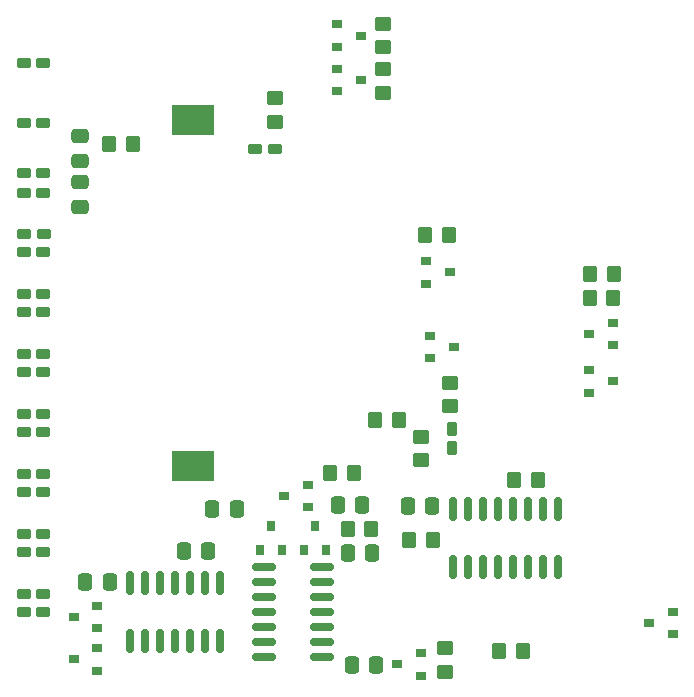
<source format=gbr>
%TF.GenerationSoftware,KiCad,Pcbnew,(6.0.1)*%
%TF.CreationDate,2022-02-14T21:44:02+00:00*%
%TF.ProjectId,module-io,6d6f6475-6c65-42d6-996f-2e6b69636164,rev?*%
%TF.SameCoordinates,Original*%
%TF.FileFunction,Paste,Top*%
%TF.FilePolarity,Positive*%
%FSLAX46Y46*%
G04 Gerber Fmt 4.6, Leading zero omitted, Abs format (unit mm)*
G04 Created by KiCad (PCBNEW (6.0.1)) date 2022-02-14 21:44:02*
%MOMM*%
%LPD*%
G01*
G04 APERTURE LIST*
G04 Aperture macros list*
%AMRoundRect*
0 Rectangle with rounded corners*
0 $1 Rounding radius*
0 $2 $3 $4 $5 $6 $7 $8 $9 X,Y pos of 4 corners*
0 Add a 4 corners polygon primitive as box body*
4,1,4,$2,$3,$4,$5,$6,$7,$8,$9,$2,$3,0*
0 Add four circle primitives for the rounded corners*
1,1,$1+$1,$2,$3*
1,1,$1+$1,$4,$5*
1,1,$1+$1,$6,$7*
1,1,$1+$1,$8,$9*
0 Add four rect primitives between the rounded corners*
20,1,$1+$1,$2,$3,$4,$5,0*
20,1,$1+$1,$4,$5,$6,$7,0*
20,1,$1+$1,$6,$7,$8,$9,0*
20,1,$1+$1,$8,$9,$2,$3,0*%
G04 Aperture macros list end*
%ADD10R,3.600000X2.600000*%
%ADD11RoundRect,0.250000X0.475000X-0.337500X0.475000X0.337500X-0.475000X0.337500X-0.475000X-0.337500X0*%
%ADD12RoundRect,0.250000X-0.475000X0.337500X-0.475000X-0.337500X0.475000X-0.337500X0.475000X0.337500X0*%
%ADD13RoundRect,0.250000X-0.337500X-0.475000X0.337500X-0.475000X0.337500X0.475000X-0.337500X0.475000X0*%
%ADD14RoundRect,0.250000X0.337500X0.475000X-0.337500X0.475000X-0.337500X-0.475000X0.337500X-0.475000X0*%
%ADD15RoundRect,0.212500X-0.400000X-0.212500X0.400000X-0.212500X0.400000X0.212500X-0.400000X0.212500X0*%
%ADD16RoundRect,0.212500X-0.212500X0.400000X-0.212500X-0.400000X0.212500X-0.400000X0.212500X0.400000X0*%
%ADD17R,0.900000X0.800000*%
%ADD18R,0.800000X0.900000*%
%ADD19RoundRect,0.250000X-0.450000X0.350000X-0.450000X-0.350000X0.450000X-0.350000X0.450000X0.350000X0*%
%ADD20RoundRect,0.250000X0.450000X-0.350000X0.450000X0.350000X-0.450000X0.350000X-0.450000X-0.350000X0*%
%ADD21RoundRect,0.250000X-0.350000X-0.450000X0.350000X-0.450000X0.350000X0.450000X-0.350000X0.450000X0*%
%ADD22RoundRect,0.250000X0.350000X0.450000X-0.350000X0.450000X-0.350000X-0.450000X0.350000X-0.450000X0*%
%ADD23RoundRect,0.150000X0.150000X-0.825000X0.150000X0.825000X-0.150000X0.825000X-0.150000X-0.825000X0*%
%ADD24RoundRect,0.150000X-0.825000X-0.150000X0.825000X-0.150000X0.825000X0.150000X-0.825000X0.150000X0*%
G04 APERTURE END LIST*
D10*
%TO.C,BT1*%
X144500000Y-63650000D03*
X144500000Y-34350000D03*
%TD*%
D11*
%TO.C,C5*%
X134925000Y-37775000D03*
X134925000Y-35700000D03*
%TD*%
D12*
%TO.C,C6*%
X134925000Y-39600000D03*
X134925000Y-41675000D03*
%TD*%
D13*
%TO.C,C7*%
X156800000Y-66950000D03*
X158875000Y-66950000D03*
%TD*%
%TO.C,C8*%
X162700000Y-67025000D03*
X164775000Y-67025000D03*
%TD*%
D14*
%TO.C,C9*%
X160050000Y-80500000D03*
X157975000Y-80500000D03*
%TD*%
D13*
%TO.C,C10*%
X135400000Y-73450000D03*
X137475000Y-73450000D03*
%TD*%
D15*
%TO.C,D1*%
X130215000Y-29490000D03*
X131840000Y-29490000D03*
%TD*%
%TO.C,D2*%
X130225000Y-34580000D03*
X131850000Y-34580000D03*
%TD*%
D16*
%TO.C,D3*%
X166475000Y-60475000D03*
X166475000Y-62100000D03*
%TD*%
D15*
%TO.C,D5*%
X130250000Y-43975000D03*
X131875000Y-43975000D03*
%TD*%
%TO.C,D6*%
X130225000Y-49075000D03*
X131850000Y-49075000D03*
%TD*%
%TO.C,D9*%
X130200000Y-64325000D03*
X131825000Y-64325000D03*
%TD*%
%TO.C,D10*%
X130225000Y-69375000D03*
X131850000Y-69375000D03*
%TD*%
%TO.C,D11*%
X130225000Y-74450000D03*
X131850000Y-74450000D03*
%TD*%
%TO.C,D12*%
X130215000Y-40475000D03*
X131840000Y-40475000D03*
%TD*%
%TO.C,D13*%
X130225000Y-45500000D03*
X131850000Y-45500000D03*
%TD*%
%TO.C,D14*%
X130225000Y-50575000D03*
X131850000Y-50575000D03*
%TD*%
%TO.C,D15*%
X130227500Y-55629533D03*
X131852500Y-55629533D03*
%TD*%
%TO.C,D16*%
X130225000Y-60700000D03*
X131850000Y-60700000D03*
%TD*%
%TO.C,D17*%
X130225000Y-65800000D03*
X131850000Y-65800000D03*
%TD*%
%TO.C,D18*%
X130225000Y-70900000D03*
X131850000Y-70900000D03*
%TD*%
%TO.C,D19*%
X130200000Y-75975000D03*
X131825000Y-75975000D03*
%TD*%
%TO.C,D20*%
X149812500Y-36775000D03*
X151437500Y-36775000D03*
%TD*%
D17*
%TO.C,D21*%
X136425000Y-80950000D03*
X136425000Y-79050000D03*
X134425000Y-80000000D03*
%TD*%
%TO.C,D22*%
X136425000Y-77350000D03*
X136425000Y-75450000D03*
X134425000Y-76400000D03*
%TD*%
D18*
%TO.C,D23*%
X150175000Y-70700000D03*
X152075000Y-70700000D03*
X151125000Y-68700000D03*
%TD*%
%TO.C,D24*%
X153925000Y-70700000D03*
X155825000Y-70700000D03*
X154875000Y-68700000D03*
%TD*%
D17*
%TO.C,Q1*%
X156750000Y-29972000D03*
X156750000Y-31872000D03*
X158750000Y-30922000D03*
%TD*%
%TO.C,Q2*%
X156750000Y-26228000D03*
X156750000Y-28128000D03*
X158750000Y-27178000D03*
%TD*%
%TO.C,Q3*%
X180075000Y-53375000D03*
X180075000Y-51475000D03*
X178075000Y-52425000D03*
%TD*%
%TO.C,Q5*%
X164592000Y-52578000D03*
X164592000Y-54478000D03*
X166592000Y-53528000D03*
%TD*%
%TO.C,Q6*%
X178070000Y-55510000D03*
X178070000Y-57410000D03*
X180070000Y-56460000D03*
%TD*%
%TO.C,Q7*%
X185134000Y-77846000D03*
X185134000Y-75946000D03*
X183134000Y-76896000D03*
%TD*%
%TO.C,Q8*%
X163800000Y-81370000D03*
X163800000Y-79470000D03*
X161800000Y-80420000D03*
%TD*%
%TO.C,Q9*%
X154225000Y-67100000D03*
X154225000Y-65200000D03*
X152225000Y-66150000D03*
%TD*%
D19*
%TO.C,R2*%
X160574533Y-30004000D03*
X160574533Y-32004000D03*
%TD*%
D20*
%TO.C,R4*%
X160574533Y-28164000D03*
X160574533Y-26164000D03*
%TD*%
%TO.C,R5*%
X166250000Y-58575000D03*
X166250000Y-56575000D03*
%TD*%
D21*
%TO.C,R14*%
X178125000Y-49425000D03*
X180125000Y-49425000D03*
%TD*%
D22*
%TO.C,R16*%
X166200000Y-44050000D03*
X164200000Y-44050000D03*
%TD*%
D21*
%TO.C,R31*%
X137414000Y-36322000D03*
X139414000Y-36322000D03*
%TD*%
D22*
%TO.C,R32*%
X159625000Y-68950000D03*
X157625000Y-68950000D03*
%TD*%
%TO.C,R33*%
X161950000Y-59750000D03*
X159950000Y-59750000D03*
%TD*%
D21*
%TO.C,R35*%
X162814000Y-69850000D03*
X164814000Y-69850000D03*
%TD*%
%TO.C,R36*%
X171736000Y-64770000D03*
X173736000Y-64770000D03*
%TD*%
D20*
%TO.C,R37*%
X165862000Y-81026000D03*
X165862000Y-79026000D03*
%TD*%
D21*
%TO.C,R38*%
X156125000Y-64250000D03*
X158125000Y-64250000D03*
%TD*%
%TO.C,R39*%
X170466000Y-79248000D03*
X172466000Y-79248000D03*
%TD*%
%TO.C,R40*%
X178150000Y-47340000D03*
X180150000Y-47340000D03*
%TD*%
D23*
%TO.C,U5*%
X166555000Y-72175000D03*
X167825000Y-72175000D03*
X169095000Y-72175000D03*
X170365000Y-72175000D03*
X171635000Y-72175000D03*
X172905000Y-72175000D03*
X174175000Y-72175000D03*
X175445000Y-72175000D03*
X175445000Y-67225000D03*
X174175000Y-67225000D03*
X172905000Y-67225000D03*
X171635000Y-67225000D03*
X170365000Y-67225000D03*
X169095000Y-67225000D03*
X167825000Y-67225000D03*
X166555000Y-67225000D03*
%TD*%
%TO.C,U9*%
X139190000Y-78475000D03*
X140460000Y-78475000D03*
X141730000Y-78475000D03*
X143000000Y-78475000D03*
X144270000Y-78475000D03*
X145540000Y-78475000D03*
X146810000Y-78475000D03*
X146810000Y-73525000D03*
X145540000Y-73525000D03*
X144270000Y-73525000D03*
X143000000Y-73525000D03*
X141730000Y-73525000D03*
X140460000Y-73525000D03*
X139190000Y-73525000D03*
%TD*%
D24*
%TO.C,U10*%
X150525000Y-72190000D03*
X150525000Y-73460000D03*
X150525000Y-74730000D03*
X150525000Y-76000000D03*
X150525000Y-77270000D03*
X150525000Y-78540000D03*
X150525000Y-79810000D03*
X155475000Y-79810000D03*
X155475000Y-78540000D03*
X155475000Y-77270000D03*
X155475000Y-76000000D03*
X155475000Y-74730000D03*
X155475000Y-73460000D03*
X155475000Y-72190000D03*
%TD*%
D15*
%TO.C,D4*%
X130227500Y-38815000D03*
X131852500Y-38815000D03*
%TD*%
D14*
%TO.C,C12*%
X148250000Y-67275000D03*
X146175000Y-67275000D03*
%TD*%
D13*
%TO.C,C13*%
X143725000Y-70800000D03*
X145800000Y-70800000D03*
%TD*%
D15*
%TO.C,D8*%
X130227500Y-59229533D03*
X131852500Y-59229533D03*
%TD*%
D17*
%TO.C,Q4*%
X164275000Y-46275000D03*
X164275000Y-48175000D03*
X166275000Y-47225000D03*
%TD*%
D20*
%TO.C,R34*%
X163840000Y-63150000D03*
X163840000Y-61150000D03*
%TD*%
D15*
%TO.C,D7*%
X130225000Y-54150000D03*
X131850000Y-54150000D03*
%TD*%
D19*
%TO.C,R30*%
X151500000Y-32500000D03*
X151500000Y-34500000D03*
%TD*%
D14*
%TO.C,C11*%
X159705000Y-70970000D03*
X157630000Y-70970000D03*
%TD*%
M02*

</source>
